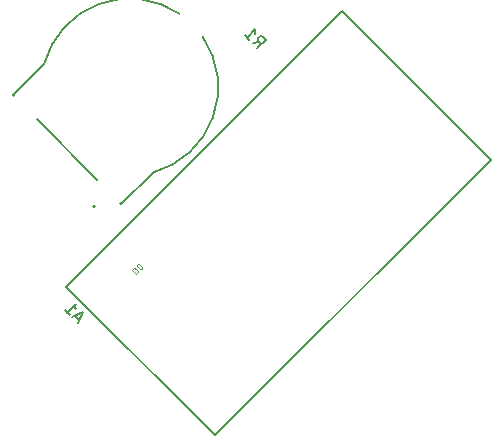
<source format=gbr>
%TF.GenerationSoftware,KiCad,Pcbnew,7.0.6*%
%TF.CreationDate,2024-08-01T17:58:24-04:00*%
%TF.ProjectId,Arduino_Motor_Shield,41726475-696e-46f5-9f4d-6f746f725f53,rev?*%
%TF.SameCoordinates,Original*%
%TF.FileFunction,Legend,Bot*%
%TF.FilePolarity,Positive*%
%FSLAX46Y46*%
G04 Gerber Fmt 4.6, Leading zero omitted, Abs format (unit mm)*
G04 Created by KiCad (PCBNEW 7.0.6) date 2024-08-01 17:58:24*
%MOMM*%
%LPD*%
G01*
G04 APERTURE LIST*
%ADD10C,0.150000*%
%ADD11C,0.075000*%
%ADD12C,0.127000*%
%ADD13C,0.200000*%
G04 APERTURE END LIST*
D10*
X133657102Y-98573373D02*
X133320384Y-98236655D01*
X133522415Y-98842747D02*
X133993819Y-97899938D01*
X133993819Y-97899938D02*
X133051010Y-98371342D01*
X132444919Y-97765251D02*
X132848980Y-98169312D01*
X132646949Y-97967281D02*
X133354056Y-97260175D01*
X133354056Y-97260175D02*
X133320384Y-97428533D01*
X133320384Y-97428533D02*
X133320384Y-97563220D01*
X133320384Y-97563220D02*
X133354056Y-97664236D01*
D11*
X138135241Y-94334153D02*
X138488794Y-94687706D01*
X138488794Y-94687706D02*
X138572974Y-94603527D01*
X138572974Y-94603527D02*
X138606645Y-94536183D01*
X138606645Y-94536183D02*
X138606645Y-94468840D01*
X138606645Y-94468840D02*
X138589809Y-94418332D01*
X138589809Y-94418332D02*
X138539302Y-94334153D01*
X138539302Y-94334153D02*
X138488794Y-94283645D01*
X138488794Y-94283645D02*
X138404615Y-94233137D01*
X138404615Y-94233137D02*
X138354107Y-94216301D01*
X138354107Y-94216301D02*
X138286764Y-94216301D01*
X138286764Y-94216301D02*
X138219420Y-94249973D01*
X138219420Y-94249973D02*
X138135241Y-94334153D01*
X138909691Y-94266809D02*
X138943363Y-94233137D01*
X138943363Y-94233137D02*
X138960199Y-94182630D01*
X138960199Y-94182630D02*
X138960199Y-94148958D01*
X138960199Y-94148958D02*
X138943363Y-94098450D01*
X138943363Y-94098450D02*
X138892855Y-94014271D01*
X138892855Y-94014271D02*
X138808676Y-93930092D01*
X138808676Y-93930092D02*
X138724496Y-93879584D01*
X138724496Y-93879584D02*
X138673989Y-93862748D01*
X138673989Y-93862748D02*
X138640317Y-93862748D01*
X138640317Y-93862748D02*
X138589809Y-93879584D01*
X138589809Y-93879584D02*
X138556138Y-93913256D01*
X138556138Y-93913256D02*
X138539302Y-93963763D01*
X138539302Y-93963763D02*
X138539302Y-93997435D01*
X138539302Y-93997435D02*
X138556138Y-94047943D01*
X138556138Y-94047943D02*
X138606645Y-94132122D01*
X138606645Y-94132122D02*
X138690825Y-94216301D01*
X138690825Y-94216301D02*
X138775004Y-94266809D01*
X138775004Y-94266809D02*
X138825512Y-94283645D01*
X138825512Y-94283645D02*
X138859183Y-94283645D01*
X138859183Y-94283645D02*
X138909691Y-94266809D01*
D10*
X148331918Y-75162810D02*
X148904337Y-75061795D01*
X148735979Y-75566871D02*
X149443085Y-74859764D01*
X149443085Y-74859764D02*
X149173711Y-74590390D01*
X149173711Y-74590390D02*
X149072696Y-74556718D01*
X149072696Y-74556718D02*
X149005353Y-74556718D01*
X149005353Y-74556718D02*
X148904337Y-74590390D01*
X148904337Y-74590390D02*
X148803322Y-74691405D01*
X148803322Y-74691405D02*
X148769650Y-74792421D01*
X148769650Y-74792421D02*
X148769650Y-74859764D01*
X148769650Y-74859764D02*
X148803322Y-74960779D01*
X148803322Y-74960779D02*
X149072696Y-75230153D01*
X147658483Y-74489375D02*
X148062544Y-74893436D01*
X147860513Y-74691405D02*
X148567620Y-73984299D01*
X148567620Y-73984299D02*
X148533948Y-74152657D01*
X148533948Y-74152657D02*
X148533948Y-74287344D01*
X148533948Y-74287344D02*
X148567620Y-74388360D01*
%TO.C,A1*%
X132553181Y-95793461D02*
X155901847Y-72444795D01*
X168474205Y-85017153D02*
X155901847Y-72444795D01*
X145125539Y-108365819D02*
X132553181Y-95793461D01*
X145125539Y-108365819D02*
X168474205Y-85017153D01*
D12*
%TO.C,R1*%
X137214893Y-88766495D02*
X139872201Y-86109188D01*
X137214893Y-88766495D02*
X137122969Y-88674571D01*
X135185497Y-86737098D02*
X130051902Y-81603503D01*
X128114429Y-79666031D02*
X128022505Y-79574107D01*
X128022505Y-79574107D02*
X130679812Y-76916799D01*
X139872201Y-86109188D02*
G75*
G03*
X144105153Y-74621319I-1945192J7240543D01*
G01*
X142167678Y-72683850D02*
G75*
G03*
X130679813Y-76916799I-4247326J-6178137D01*
G01*
D13*
X134981441Y-88978627D02*
G75*
G03*
X134981441Y-88978627I-100000J0D01*
G01*
%TD*%
M02*

</source>
